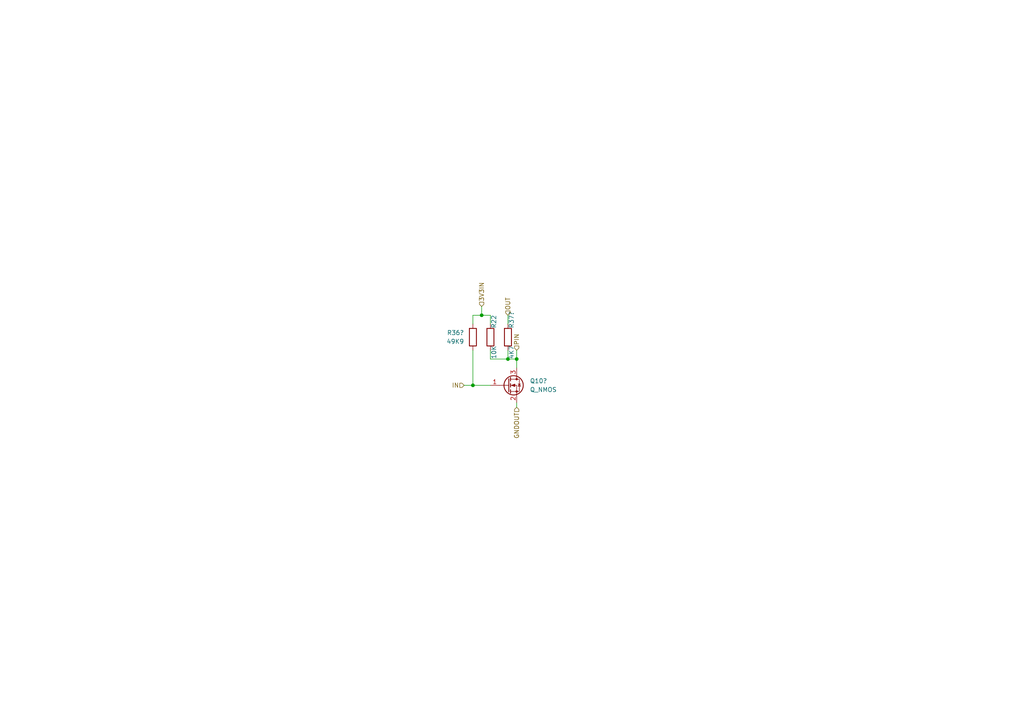
<source format=kicad_sch>
(kicad_sch (version 20250114) (generator "eeschema") (generator_version "9.0")
  (paper "A4")
  (lib_symbols
    (symbol "Device:Q_NMOS" (pin_names (offset 0) (hide yes))
      (property "Reference" "Q2" (at 6.35 1.2701 0))
      (property "Value" "Q_NMOS" (at 6.35 -1.2699 0))
      (symbol "Q_NMOS_0_1"
        (polyline (pts (xy 0.254 1.905) (xy 0.254 -1.905)) (stroke (width 0.254)))
        (polyline (pts (xy 0.254 0) (xy -2.54 0)))
        (polyline (pts (xy 0.762 2.286) (xy 0.762 1.27)) (stroke (width 0.254)))
        (polyline (pts (xy 0.762 0.508) (xy 0.762 -0.508)) (stroke (width 0.254)))
        (polyline (pts (xy 0.762 -1.27) (xy 0.762 -2.286)) (stroke (width 0.254)))
        (polyline (pts (xy 0.762 -1.778) (xy 3.302 -1.778) (xy 3.302 1.778) (xy 0.762 1.778)))
        (polyline (pts (xy 1.016 0) (xy 2.032 0.381) (xy 2.032 -0.381) (xy 1.016 0)) (fill (type outline)))
        (circle (center 1.651 0) (radius 2.794) (stroke (width 0.254)))
        (polyline (pts (xy 2.54 2.54) (xy 2.54 1.778)))
        (circle (center 2.54 1.778) (radius 0.254) (fill (type outline)))
        (circle (center 2.54 -1.778) (radius 0.254) (fill (type outline)))
        (polyline (pts (xy 2.54 -2.54) (xy 2.54 0) (xy 0.762 0)))
        (polyline (pts (xy 2.921 0.381) (xy 3.683 0.381)))
        (polyline (pts (xy 3.302 0.381) (xy 2.921 -0.254) (xy 3.683 -0.254) (xy 3.302 0.381)))
      )
      (symbol "Q_NMOS_1_1"
        (pin input line (at -5.08 0 0) (length 2.54) (name "G") (number "1"))
        (pin passive line (at 2.54 5.08 270) (length 2.54) (name "D") (number "3"))
        (pin passive line (at 2.54 -5.08 90) (length 2.54) (name "S") (number "2"))
      )
    )
    (symbol "Device:R" (pin_numbers (hide yes)) (pin_names (offset 0))
      (property "Reference" "R" (at 2.032 0 90))
      (property "Value" "R" (at 0 0 90))
      (symbol "R_0_1"
        (rectangle (start -1.016 -2.54) (end 1.016 2.54) (stroke (width 0.254)))
      )
      (symbol "R_1_1"
        (pin passive line (at 0 3.81 270) (length 1.27) (name "~") (number "1"))
        (pin passive line (at 0 -3.81 90) (length 1.27) (name "~") (number "2"))
      )
    )
  )
  (junction (at 137.16 111.76))
  (junction (at 147.32 104.14))
  (junction (at 149.86 104.14))
  (junction (at 139.7 91.44))
  (wire (pts (xy 137.16 91.44) (xy 137.16 93.98)))
  (wire (pts (xy 137.16 91.44) (xy 139.7 91.44)))
  (wire (pts (xy 142.24 101.6) (xy 142.24 104.14)))
  (wire (pts (xy 139.7 91.44) (xy 142.24 91.44)))
  (wire (pts (xy 149.86 116.84) (xy 149.86 118.11)))
  (wire (pts (xy 142.24 91.44) (xy 142.24 93.98)))
  (wire (pts (xy 134.62 111.76) (xy 137.16 111.76)))
  (wire (pts (xy 147.32 104.14) (xy 149.86 104.14)))
  (wire (pts (xy 139.7 88.9) (xy 139.7 91.44)))
  (wire (pts (xy 147.32 91.44) (xy 147.32 93.98)))
  (wire (pts (xy 149.86 104.14) (xy 149.86 106.68)))
  (wire (pts (xy 137.16 101.6) (xy 137.16 111.76)))
  (wire (pts (xy 147.32 101.6) (xy 147.32 104.14)))
  (wire (pts (xy 149.86 101.6) (xy 149.86 104.14)))
  (wire (pts (xy 137.16 111.76) (xy 142.24 111.76)))
  (wire (pts (xy 142.24 104.14) (xy 147.32 104.14)))
  (hierarchical_label "IN" (shape input) (at 134.62 111.76 180))
  (hierarchical_label "OUT" (shape input) (at 147.32 91.44 90))
  (hierarchical_label "GNDOUT" (shape input) (at 149.86 118.11 270))
  (hierarchical_label "3V3IN" (shape input) (at 139.7 88.9 90))
  (hierarchical_label "PIN" (shape input) (at 149.86 101.6 90))
  (symbol (lib_id "Device:R") (at 137.16 97.79 0) (mirror x) (unit 1)
    (property "Reference" "R38?" (at 134.62 96.5199 0) (effects (justify right)))
    (property "Value" "49K9" (at 134.62 99.0599 0) (effects (justify right)))
    (property "Footprint" "Resistor_SMD:R_0603_1608Metric" (effects (hide yes)))
    (property "Description" "Resistor" (effects (hide yes)))
    (instances (project "pcb" (path "" (reference "R36?") (unit 1)) (path "" (reference "R34") (unit 1)) (path "" (reference "R38?") (unit 1)) (path "" (reference "R32") (unit 1)) (path "" (reference "R30") (unit 1)) (path "" (reference "R28") (unit 1)) (path "" (reference "R24") (unit 1)) (path "" (reference "R26") (unit 1))))
  )
  (symbol (lib_id "Device:Q_NMOS") (at 147.32 111.76 0) (unit 1)
    (property "Reference" "Q11?" (at 153.67 110.4899 0) (effects (justify left)))
    (property "Value" "Q_NMOS" (at 153.67 113.0299 0) (effects (justify left)))
    (property "Footprint" "Package_TO_SOT_SMD:SOT-23" (effects (hide yes)))
    (property "Description" "N-MOSFET transistor" (effects (hide yes)))
    (instances (project "pcb" (path "" (reference "Q10?") (unit 1)) (path "" (reference "Q9?") (unit 1)) (path "" (reference "Q11?") (unit 1)) (path "" (reference "Q8?") (unit 1)) (path "" (reference "Q7?") (unit 1)) (path "" (reference "Q6?") (unit 1)) (path "" (reference "Q4?") (unit 1)) (path "" (reference "Q5?") (unit 1))))
  )
  (symbol (lib_id "Device:R") (at 147.32 97.79 0) (unit 1)
    (property "Reference" "R39" (at 148.336 95.25 90) (effects (justify left)))
    (property "Value" "4K7" (at 148.336 104.14 90) (effects (justify left)))
    (property "Footprint" "Resistor_SMD:R_0603_1608Metric" (effects (hide yes)))
    (property "Description" "Resistor" (effects (hide yes)))
    (instances (project "pcb" (path "" (reference "R37?") (unit 1)) (path "" (reference "R35?") (unit 1)) (path "" (reference "R39") (unit 1)) (path "" (reference "R33") (unit 1)) (path "" (reference "R31") (unit 1)) (path "" (reference "R29") (unit 1)) (path "" (reference "R25") (unit 1)) (path "" (reference "R27") (unit 1))))
  )
  (symbol (lib_id "Device:R") (at 142.24 97.79 180) (unit 1)
    (property "Reference" "R23" (at 143.256 95.25 90) (effects (justify right)))
    (property "Value" "10K" (at 143.256 104.14 90) (effects (justify right)))
    (property "Footprint" "Resistor_SMD:R_0603_1608Metric" (effects (hide yes)))
    (property "Description" "Resistor" (effects (hide yes)))
    (instances (project "pcb" (path "" (reference "R22") (unit 1)) (path "" (reference "R21") (unit 1)) (path "" (reference "R23") (unit 1)) (path "" (reference "R20") (unit 1)) (path "" (reference "R19") (unit 1)) (path "" (reference "R18") (unit 1)) (path "" (reference "R16") (unit 1)) (path "" (reference "R17") (unit 1))))
  )
)
</source>
